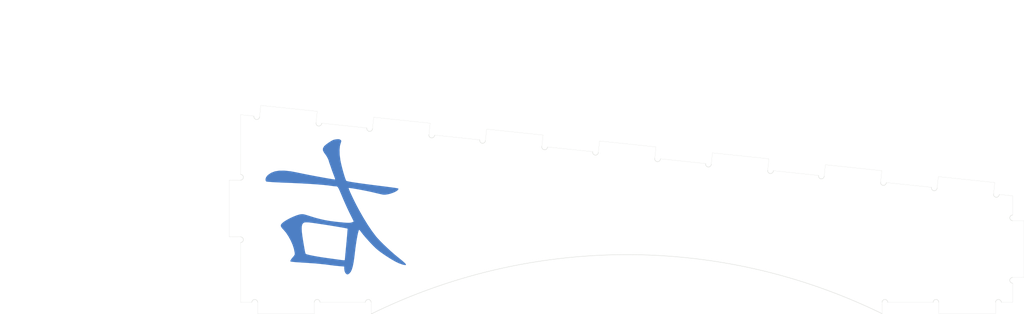
<source format=kicad_pcb>
(kicad_pcb (version 20171130) (host pcbnew 5.1.5+dfsg1-2build2)

  (general
    (thickness 1.6)
    (drawings 80)
    (tracks 0)
    (zones 0)
    (modules 1)
    (nets 1)
  )

  (page A4)
  (layers
    (0 F.Cu signal)
    (31 B.Cu signal)
    (32 B.Adhes user)
    (33 F.Adhes user)
    (34 B.Paste user)
    (35 F.Paste user)
    (36 B.SilkS user)
    (37 F.SilkS user)
    (38 B.Mask user)
    (39 F.Mask user)
    (40 Dwgs.User user)
    (41 Cmts.User user)
    (42 Eco1.User user)
    (43 Eco2.User user)
    (44 Edge.Cuts user)
    (45 Margin user)
    (46 B.CrtYd user)
    (47 F.CrtYd user)
    (48 B.Fab user)
    (49 F.Fab user)
  )

  (setup
    (last_trace_width 0.35)
    (trace_clearance 0.25)
    (zone_clearance 0.508)
    (zone_45_only no)
    (trace_min 0.3)
    (via_size 0.8)
    (via_drill 0.4)
    (via_min_size 0.5)
    (via_min_drill 0.4)
    (uvia_size 0.3)
    (uvia_drill 0.1)
    (uvias_allowed no)
    (uvia_min_size 0.2)
    (uvia_min_drill 0.1)
    (edge_width 0.05)
    (segment_width 0.2)
    (pcb_text_width 0.3)
    (pcb_text_size 1.5 1.5)
    (mod_edge_width 0.12)
    (mod_text_size 1 1)
    (mod_text_width 0.15)
    (pad_size 1.524 1.524)
    (pad_drill 0.762)
    (pad_to_mask_clearance 0.051)
    (solder_mask_min_width 0.25)
    (aux_axis_origin 0 0)
    (visible_elements FFFFFF7F)
    (pcbplotparams
      (layerselection 0x010fc_ffffffff)
      (usegerberextensions false)
      (usegerberattributes false)
      (usegerberadvancedattributes false)
      (creategerberjobfile false)
      (excludeedgelayer true)
      (linewidth 0.100000)
      (plotframeref false)
      (viasonmask false)
      (mode 1)
      (useauxorigin false)
      (hpglpennumber 1)
      (hpglpenspeed 20)
      (hpglpendiameter 15.000000)
      (psnegative false)
      (psa4output false)
      (plotreference true)
      (plotvalue true)
      (plotinvisibletext false)
      (padsonsilk false)
      (subtractmaskfromsilk false)
      (outputformat 1)
      (mirror false)
      (drillshape 1)
      (scaleselection 1)
      (outputdirectory ""))
  )

  (net 0 "")

  (net_class Default "This is the default net class."
    (clearance 0.25)
    (trace_width 0.35)
    (via_dia 0.8)
    (via_drill 0.4)
    (uvia_dia 0.3)
    (uvia_drill 0.1)
    (diff_pair_width 0.3)
    (diff_pair_gap 0.25)
  )

  (net_class Power ""
    (clearance 0.25)
    (trace_width 0.45)
    (via_dia 1)
    (via_drill 0.4)
    (uvia_dia 0.3)
    (uvia_drill 0.1)
    (diff_pair_width 0.3)
    (diff_pair_gap 0.25)
  )

  (module Digi:Right (layer B.Cu) (tedit 0) (tstamp 5F339342)
    (at 161.043 46.676 180)
    (fp_text reference "" (at 0 0) (layer B.SilkS)
      (effects (font (size 1.27 1.27) (thickness 0.15)) (justify mirror))
    )
    (fp_text value "" (at 0 0) (layer B.SilkS)
      (effects (font (size 1.27 1.27) (thickness 0.15)) (justify mirror))
    )
    (fp_poly (pts (xy -0.41256 9.423927) (xy -0.157025 9.376437) (xy 0.038821 9.298726) (xy 0.315616 9.143182)
      (xy 0.625447 8.941835) (xy 0.920405 8.726713) (xy 1.15258 8.529845) (xy 1.228591 8.450127)
      (xy 1.390353 8.165744) (xy 1.393361 7.873209) (xy 1.236126 7.555491) (xy 1.139383 7.430927)
      (xy 0.941191 7.157983) (xy 0.754356 6.839031) (xy 0.614466 6.539327) (xy 0.563251 6.374493)
      (xy 0.50907 6.178232) (xy 0.449424 6.011333) (xy 0.37551 5.811512) (xy 0.276941 5.527064)
      (xy 0.212636 5.334) (xy 0.093752 4.990402) (xy -0.052311 4.595011) (xy -0.152301 4.338177)
      (xy -0.254219 4.066645) (xy -0.317509 3.863211) (xy -0.328557 3.771673) (xy -0.328434 3.771545)
      (xy -0.236653 3.774809) (xy -0.001709 3.806924) (xy 0.353485 3.863685) (xy 0.806014 3.940887)
      (xy 1.332966 4.034328) (xy 1.911429 4.139802) (xy 2.518487 4.253106) (xy 3.13123 4.370034)
      (xy 3.726742 4.486385) (xy 4.282111 4.597952) (xy 4.774423 4.700532) (xy 4.995334 4.748361)
      (xy 5.973626 4.932193) (xy 6.821343 5.022027) (xy 7.549418 5.016864) (xy 8.168786 4.915702)
      (xy 8.69038 4.717543) (xy 9.125134 4.421388) (xy 9.187032 4.365158) (xy 9.388617 4.109562)
      (xy 9.484762 3.845135) (xy 9.466133 3.6147) (xy 9.376834 3.494201) (xy 9.269215 3.471338)
      (xy 9.013235 3.444913) (xy 8.629798 3.416237) (xy 8.139806 3.386624) (xy 7.564161 3.357386)
      (xy 6.923766 3.329835) (xy 6.519334 3.314739) (xy 5.533164 3.275905) (xy 4.559034 3.229798)
      (xy 3.620664 3.177997) (xy 2.741776 3.122079) (xy 1.946089 3.063622) (xy 1.257325 3.004203)
      (xy 0.699204 2.945401) (xy 0.425414 2.909393) (xy 0.051606 2.856859) (xy -0.222681 2.825314)
      (xy -0.464843 2.807226) (xy -0.510488 2.804805) (xy -0.591989 2.788797) (xy -0.668758 2.735489)
      (xy -0.752693 2.623657) (xy -0.855692 2.432077) (xy -0.989654 2.139528) (xy -1.166476 1.724787)
      (xy -1.3116 1.375833) (xy -1.549 0.817287) (xy -1.814318 0.217707) (xy -2.081845 -0.366305)
      (xy -2.325876 -0.878149) (xy -2.432459 -1.092097) (xy -2.623403 -1.471399) (xy -2.780829 -1.791543)
      (xy -2.891539 -2.025108) (xy -2.942339 -2.144673) (xy -2.943681 -2.154454) (xy -2.746224 -2.250044)
      (xy -2.543122 -2.308584) (xy -2.295759 -2.333362) (xy -1.965523 -2.327667) (xy -1.5138 -2.294789)
      (xy -1.406814 -2.28536) (xy -0.457453 -2.190161) (xy 0.367861 -2.082861) (xy 1.114385 -1.954662)
      (xy 1.827373 -1.796768) (xy 2.552081 -1.600385) (xy 3.279096 -1.374566) (xy 3.691013 -1.242834)
      (xy 3.98445 -1.159465) (xy 4.20125 -1.118325) (xy 4.383254 -1.113278) (xy 4.572308 -1.13819)
      (xy 4.707406 -1.165148) (xy 5.094935 -1.278678) (xy 5.564418 -1.464225) (xy 6.059892 -1.69556)
      (xy 6.525393 -1.946451) (xy 6.904959 -2.190668) (xy 6.921776 -2.203049) (xy 7.194239 -2.433886)
      (xy 7.323961 -2.636894) (xy 7.311192 -2.843779) (xy 7.156186 -3.086246) (xy 6.930706 -3.326388)
      (xy 6.59065 -3.726766) (xy 6.249416 -4.241541) (xy 5.934768 -4.818269) (xy 5.674474 -5.404508)
      (xy 5.496298 -5.947813) (xy 5.46177 -6.1009) (xy 5.408509 -6.373505) (xy 5.361713 -6.61245)
      (xy 5.374407 -6.823258) (xy 5.515525 -7.042168) (xy 5.548207 -7.078116) (xy 5.814119 -7.389112)
      (xy 5.958347 -7.620908) (xy 5.97486 -7.763211) (xy 5.960419 -7.781789) (xy 5.856746 -7.806258)
      (xy 5.609684 -7.836102) (xy 5.245009 -7.869082) (xy 4.788493 -7.90296) (xy 4.265911 -7.935497)
      (xy 4.062235 -7.946681) (xy 2.49043 -8.052545) (xy 1.016948 -8.200447) (xy -0.084666 -8.345846)
      (xy -0.270937 -8.368094) (xy -0.566063 -8.398211) (xy -0.910143 -8.430123) (xy -0.9525 -8.433839)
      (xy -1.608666 -8.491013) (xy -1.608666 -8.769661) (xy -1.657532 -9.151336) (xy -1.794258 -9.436754)
      (xy -1.94036 -9.563602) (xy -2.076272 -9.602709) (xy -2.2186 -9.545026) (xy -2.370826 -9.420583)
      (xy -2.536765 -9.20978) (xy -2.682708 -8.887884) (xy -2.811959 -8.442143) (xy -2.927823 -7.859809)
      (xy -3.033604 -7.128132) (xy -3.089895 -6.646334) (xy -3.168356 -5.983939) (xy -3.255115 -5.349705)
      (xy -3.346242 -4.764699) (xy -3.437808 -4.249985) (xy -3.525884 -3.826629) (xy -3.606539 -3.515698)
      (xy -3.675843 -3.338257) (xy -3.713287 -3.304494) (xy -3.786704 -3.369486) (xy -3.924802 -3.536691)
      (xy -4.082519 -3.748994) (xy -4.254052 -3.969821) (xy -4.512694 -4.277969) (xy -4.828287 -4.638601)
      (xy -5.170674 -5.016878) (xy -5.310185 -5.16726) (xy -5.701034 -5.575547) (xy -6.046036 -5.908584)
      (xy -6.388879 -6.202957) (xy -6.773251 -6.495249) (xy -7.242838 -6.822044) (xy -7.461242 -6.968568)
      (xy -8.191182 -7.435505) (xy -8.817645 -7.792704) (xy -9.35813 -8.048912) (xy -9.830136 -8.212876)
      (xy -10.05334 -8.264402) (xy -10.231331 -8.28329) (xy -10.308392 -8.249612) (xy -10.277891 -8.155184)
      (xy -10.133194 -7.991822) (xy -9.867667 -7.751343) (xy -9.474678 -7.425563) (xy -9.186333 -7.194782)
      (xy -8.695428 -6.789725) (xy -8.165173 -6.325587) (xy -7.626052 -5.831331) (xy -7.108549 -5.335919)
      (xy -6.643148 -4.868314) (xy -6.260333 -4.457481) (xy -6.068768 -4.232791) (xy -5.50799 -3.488785)
      (xy -5.279965 -3.150667) (xy -2.078222 -3.150667) (xy -2.07819 -3.239117) (xy -2.063377 -3.473394)
      (xy -2.035625 -3.830811) (xy -1.996777 -4.28868) (xy -1.948676 -4.824314) (xy -1.900725 -5.336016)
      (xy -1.844877 -5.923269) (xy -1.794725 -6.454625) (xy -1.752426 -6.906897) (xy -1.720139 -7.256897)
      (xy -1.700021 -7.481439) (xy -1.694098 -7.5565) (xy -1.678294 -7.595731) (xy -1.611131 -7.61229)
      (xy -1.461161 -7.605436) (xy -1.196937 -7.574429) (xy -0.931333 -7.538532) (xy -0.64775 -7.49944)
      (xy -0.243076 -7.443699) (xy 0.236025 -7.377737) (xy 0.742889 -7.307976) (xy 0.931334 -7.282047)
      (xy 1.545465 -7.192329) (xy 2.133551 -7.096735) (xy 2.671082 -7.000119) (xy 3.133546 -6.907338)
      (xy 3.496432 -6.823246) (xy 3.735229 -6.752697) (xy 3.819857 -6.709909) (xy 3.847957 -6.669975)
      (xy 3.876221 -6.597326) (xy 3.909069 -6.470191) (xy 3.950922 -6.266801) (xy 4.006199 -5.965385)
      (xy 4.07932 -5.544173) (xy 4.174705 -4.981395) (xy 4.193746 -4.868334) (xy 4.306452 -4.141213)
      (xy 4.37347 -3.561136) (xy 4.395124 -3.112181) (xy 4.371734 -2.778428) (xy 4.303623 -2.543958)
      (xy 4.24273 -2.445913) (xy 4.140303 -2.34174) (xy 4.014053 -2.284518) (xy 3.816341 -2.263012)
      (xy 3.499527 -2.265987) (xy 3.481984 -2.266508) (xy 3.292514 -2.282672) (xy 2.974689 -2.321531)
      (xy 2.552715 -2.379236) (xy 2.050797 -2.451937) (xy 1.493141 -2.535787) (xy 0.903953 -2.626935)
      (xy 0.307439 -2.721532) (xy -0.272195 -2.81573) (xy -0.810743 -2.905679) (xy -1.284 -2.98753)
      (xy -1.667759 -3.057435) (xy -1.937815 -3.111543) (xy -2.069961 -3.146006) (xy -2.078222 -3.150667)
      (xy -5.279965 -3.150667) (xy -4.914795 -2.609192) (xy -4.305828 -1.620496) (xy -3.697734 -0.549178)
      (xy -3.38187 0.042333) (xy -3.132058 0.529493) (xy -2.891538 1.015275) (xy -2.671365 1.475536)
      (xy -2.482593 1.886135) (xy -2.336275 2.222931) (xy -2.243465 2.46178) (xy -2.215217 2.578542)
      (xy -2.217791 2.58468) (xy -2.313792 2.586138) (xy -2.547064 2.558218) (xy -2.889099 2.506074)
      (xy -3.311395 2.43486) (xy -3.785444 2.349727) (xy -4.282741 2.255831) (xy -4.774783 2.158324)
      (xy -5.233062 2.06236) (xy -5.629074 1.973091) (xy -5.715 1.952427) (xy -6.140366 1.850128)
      (xy -6.53565 1.75801) (xy -6.855237 1.686524) (xy -7.046212 1.647416) (xy -7.336804 1.633371)
      (xy -7.680655 1.675042) (xy -8.048736 1.760827) (xy -8.41202 1.879124) (xy -8.741479 2.01833)
      (xy -9.008085 2.166843) (xy -9.182811 2.313062) (xy -9.236628 2.445383) (xy -9.202827 2.509395)
      (xy -9.10901 2.532568) (xy -8.871012 2.57231) (xy -8.512798 2.625171) (xy -8.058332 2.687702)
      (xy -7.53158 2.756451) (xy -7.181534 2.800397) (xy -5.944564 2.955472) (xy -4.874695 3.094035)
      (xy -3.970523 3.216292) (xy -3.230643 3.322453) (xy -2.653652 3.412725) (xy -2.238144 3.487317)
      (xy -1.982715 3.546437) (xy -1.889816 3.585251) (xy -1.822353 3.711272) (xy -1.726037 3.969954)
      (xy -1.610087 4.328955) (xy -1.483721 4.755939) (xy -1.356158 5.218567) (xy -1.236617 5.684499)
      (xy -1.134316 6.121398) (xy -1.058473 6.496924) (xy -1.056288 6.509257) (xy -0.95748 7.26996)
      (xy -0.939298 7.952748) (xy -1.001471 8.530327) (xy -1.0795 8.821495) (xy -1.162233 9.068503)
      (xy -1.184814 9.209057) (xy -1.145208 9.29575) (xy -1.058333 9.368474) (xy -0.913748 9.439067)
      (xy -0.71166 9.457435) (xy -0.41256 9.423927)) (layer B.Cu) (width 0.01))
  )

  (gr_text "Right Side\n" (at 209.856 27.807) (layer Cmts.User) (tstamp 5F33423B)
    (effects (font (size 5 5) (thickness 0.15)))
  )
  (gr_text "Right Keyboard" (at 142.556 20.797) (layer Cmts.User) (tstamp 5F33423B)
    (effects (font (size 5 5) (thickness 0.15)))
  )
  (gr_arc (start 222.717259 41.663665) (end 223.117259 41.663665) (angle 192) (layer Edge.Cuts) (width 0.05) (tstamp 5F333FAE))
  (gr_line (start 166.556441 61.797903) (end 166.434 61.8074) (layer Edge.Cuts) (width 0.05) (tstamp 5F333FA3))
  (gr_line (start 148.035 60.2075) (end 149.635 60.2075) (layer Edge.Cuts) (width 0.02) (tstamp 5F333F49))
  (gr_line (start 159.235 60.2075) (end 165.634 60.2075) (layer Edge.Cuts) (width 0.02) (tstamp 5F333F47))
  (gr_arc (start 159.067259 34.973265) (end 159.467259 34.973265) (angle 192) (layer Edge.Cuts) (width 0.05) (tstamp 5F333F29))
  (gr_arc (start 245.794 44.0884) (end 246.194 44.0884) (angle 192) (layer Edge.Cuts) (width 0.05) (tstamp 5F333F1B))
  (gr_arc (start 238.835 60.2075) (end 239.235 60.2075) (angle -180) (layer Edge.Cuts) (width 0.05) (tstamp 5F333F16))
  (gr_arc (start 229.882 42.4169) (end 230.282 42.4169) (angle 192) (layer Edge.Cuts) (width 0.05) (tstamp 5F333F14))
  (gr_line (start 158.435 61.8074) (end 158.435 60.2075) (layer Edge.Cuts) (width 0.02) (tstamp 5F333EEB))
  (gr_arc (start 202.486 135.357) (end 238.434999 61.807401) (angle -52.08105479) (layer Edge.Cuts) (width 0.05) (tstamp 5F333EDA))
  (gr_arc (start 150.035 60.2075) (end 150.435 60.2075) (angle -180) (layer Edge.Cuts) (width 0.05) (tstamp 5F333EC6))
  (gr_arc (start 246.035 60.2075) (end 246.435 60.2075) (angle -180) (layer Edge.Cuts) (width 0.05) (tstamp 5F333EC5))
  (gr_arc (start 206.803259 39.990765) (end 207.203259 39.990765) (angle 192) (layer Edge.Cuts) (width 0.05) (tstamp 5F333E92))
  (gr_arc (start 148.033942 51.389799) (end 148.033942 51.789799) (angle -179.8484242) (layer Edge.Cuts) (width 0.05) (tstamp 5F333E8B))
  (gr_line (start 149.928741 33.970435) (end 148.035 33.7725) (layer Edge.Cuts) (width 0.02) (tstamp 5F333E76))
  (gr_line (start 148.035 33.7725) (end 148.036058 42.190201) (layer Edge.Cuts) (width 0.02) (tstamp 5F333E75))
  (gr_line (start 148.035 42.9902) (end 146.435 42.9902) (layer Edge.Cuts) (width 0.02) (tstamp 5F333E74))
  (gr_arc (start 190.891259 38.319365) (end 191.291259 38.319365) (angle 192) (layer Edge.Cuts) (width 0.05) (tstamp 5F333E6E))
  (gr_line (start 146.435 42.9902) (end 146.435 50.9898) (layer Edge.Cuts) (width 0.02) (tstamp 5F333E6A))
  (gr_line (start 146.435 50.9898) (end 148.035 50.9898) (layer Edge.Cuts) (width 0.02) (tstamp 5F333E66))
  (gr_line (start 148.033942 51.789799) (end 148.035 60.2075) (layer Edge.Cuts) (width 0.02) (tstamp 5F333E65))
  (gr_line (start 148.035 60.2075) (end 148.035 60.2075) (layer Edge.Cuts) (width 0.02) (tstamp 5F333E62))
  (gr_line (start 150.887 32.4633) (end 150.72 34.0536) (layer Edge.Cuts) (width 0.02) (tstamp 5F333E61))
  (gr_line (start 181.753741 37.316535) (end 175.379259 36.646065) (layer Edge.Cuts) (width 0.02) (tstamp 5F333E5E))
  (gr_line (start 174.588 36.5629) (end 174.755 34.9716) (layer Edge.Cuts) (width 0.02) (tstamp 5F333E54))
  (gr_line (start 174.755 34.9716) (end 166.799 34.1351) (layer Edge.Cuts) (width 0.02) (tstamp 5F333E53))
  (gr_line (start 166.799 34.1351) (end 166.633 35.7265) (layer Edge.Cuts) (width 0.02) (tstamp 5F333E52))
  (gr_arc (start 254.542259 45.008365) (end 254.942259 45.008365) (angle 192) (layer Edge.Cuts) (width 0.05) (tstamp 5F333E4C))
  (gr_line (start 165.841741 35.643335) (end 159.467259 34.973265) (layer Edge.Cuts) (width 0.02) (tstamp 5F333E44))
  (gr_arc (start 150.32 34.0536) (end 150.72 34.0536) (angle 192) (layer Edge.Cuts) (width 0.05) (tstamp 5F333E3B))
  (gr_arc (start 254.834 60.2075) (end 255.234 60.2075) (angle -180) (layer Edge.Cuts) (width 0.05) (tstamp 5F333E35))
  (gr_arc (start 256.836058 48.307701) (end 256.836058 47.907701) (angle -179.8484242) (layer Edge.Cuts) (width 0.05) (tstamp 5F333E32))
  (gr_line (start 158.676 34.8901) (end 158.844 33.2997) (layer Edge.Cuts) (width 0.02) (tstamp 5F333E30))
  (gr_line (start 158.844 33.2997) (end 150.887 32.4633) (layer Edge.Cuts) (width 0.02) (tstamp 5F333E2C))
  (gr_line (start 182.712 35.808) (end 182.545 37.3997) (layer Edge.Cuts) (width 0.02) (tstamp 5F333E2B))
  (gr_line (start 213.577741 40.660935) (end 207.203259 39.990765) (layer Edge.Cuts) (width 0.02) (tstamp 5F333E2A))
  (gr_line (start 206.412 39.9076) (end 206.581 38.3159) (layer Edge.Cuts) (width 0.02) (tstamp 5F333E27))
  (gr_line (start 206.581 38.3159) (end 198.624 37.4809) (layer Edge.Cuts) (width 0.02) (tstamp 5F333E26))
  (gr_line (start 198.624 37.4809) (end 198.457 39.0712) (layer Edge.Cuts) (width 0.02) (tstamp 5F333E24))
  (gr_line (start 197.665741 38.988035) (end 191.291259 38.319365) (layer Edge.Cuts) (width 0.02) (tstamp 5F333E23))
  (gr_line (start 190.5 38.2362) (end 190.668 36.6444) (layer Edge.Cuts) (width 0.02) (tstamp 5F333E22))
  (gr_line (start 190.668 36.6444) (end 182.712 35.808) (layer Edge.Cuts) (width 0.02) (tstamp 5F333E1E))
  (gr_line (start 214.536 39.1523) (end 214.369 40.7441) (layer Edge.Cuts) (width 0.02) (tstamp 5F333E1D))
  (gr_arc (start 213.969 40.7441) (end 214.369 40.7441) (angle 192) (layer Edge.Cuts) (width 0.05) (tstamp 5F333E10))
  (gr_line (start 245.402741 44.005235) (end 239.029259 43.336565) (layer Edge.Cuts) (width 0.02) (tstamp 5F333E07))
  (gr_line (start 238.238 43.2534) (end 238.405 41.662) (layer Edge.Cuts) (width 0.02) (tstamp 5F333E06))
  (gr_line (start 238.405 41.662) (end 230.448 40.8252) (layer Edge.Cuts) (width 0.02) (tstamp 5F333E05))
  (gr_line (start 230.448 40.8252) (end 230.282 42.4169) (layer Edge.Cuts) (width 0.02) (tstamp 5F333E03))
  (gr_arc (start 166.233 35.7265) (end 166.633 35.7265) (angle 192) (layer Edge.Cuts) (width 0.05) (tstamp 5F333E02))
  (gr_line (start 229.490741 42.333735) (end 223.117259 41.663665) (layer Edge.Cuts) (width 0.02) (tstamp 5F333E01))
  (gr_line (start 222.326 41.5805) (end 222.493 39.9888) (layer Edge.Cuts) (width 0.02) (tstamp 5F333DF2))
  (gr_line (start 222.493 39.9888) (end 214.536 39.1523) (layer Edge.Cuts) (width 0.02) (tstamp 5F333DF0))
  (gr_line (start 246.362 42.4984) (end 246.194 44.0884) (layer Edge.Cuts) (width 0.02) (tstamp 5F333DEE))
  (gr_line (start 150.435 60.2075) (end 150.435 61.8074) (layer Edge.Cuts) (width 0.02) (tstamp 5F333DED))
  (gr_line (start 256.835 56.7073) (end 258.435 56.7073) (layer Edge.Cuts) (width 0.02) (tstamp 5F333DEC))
  (gr_line (start 166.434 60.2075) (end 166.434 61.8074) (layer Edge.Cuts) (width 0.02) (tstamp 5F333DEB))
  (gr_line (start 258.435 56.7073) (end 258.435 48.7077) (layer Edge.Cuts) (width 0.02) (tstamp 5F333DE7))
  (gr_line (start 258.435 48.7077) (end 256.835 48.7077) (layer Edge.Cuts) (width 0.02) (tstamp 5F333DE2))
  (gr_line (start 256.836058 47.907701) (end 256.835 45.2074) (layer Edge.Cuts) (width 0.02) (tstamp 5F333DDA))
  (gr_line (start 256.835 45.2074) (end 254.942259 45.008365) (layer Edge.Cuts) (width 0.02) (tstamp 5F333DD9))
  (gr_line (start 254.151 44.9252) (end 254.317 43.3349) (layer Edge.Cuts) (width 0.02) (tstamp 5F333DD8))
  (gr_arc (start 166.034 60.2075) (end 166.434 60.2075) (angle -180) (layer Edge.Cuts) (width 0.05) (tstamp 5F333DD0))
  (gr_arc (start 148.035 42.5902) (end 148.035 42.9902) (angle -179.8484242) (layer Edge.Cuts) (width 0.05) (tstamp 5F333DCC))
  (gr_line (start 254.317 43.3349) (end 246.362 42.4984) (layer Edge.Cuts) (width 0.02) (tstamp 5F333DC6))
  (gr_line (start 256.835 60.2075) (end 256.833942 57.507299) (layer Edge.Cuts) (width 0.02) (tstamp 5F333DBC))
  (gr_line (start 238.435 61.8074) (end 238.435 60.2075) (layer Edge.Cuts) (width 0.02) (tstamp 5F333DA8))
  (gr_line (start 239.235 60.2075) (end 245.635 60.2075) (layer Edge.Cuts) (width 0.02) (tstamp 5F333DA2))
  (gr_line (start 246.435 60.2075) (end 246.435 61.8074) (layer Edge.Cuts) (width 0.02) (tstamp 5F333DA1))
  (gr_line (start 246.435 61.8074) (end 254.434 61.8074) (layer Edge.Cuts) (width 0.02) (tstamp 5F333DA0))
  (gr_line (start 254.434 61.8074) (end 254.434 60.2075) (layer Edge.Cuts) (width 0.02) (tstamp 5F333D9E))
  (gr_arc (start 174.979259 36.646065) (end 175.379259 36.646065) (angle 192) (layer Edge.Cuts) (width 0.05) (tstamp 5F333D90))
  (gr_line (start 255.234 60.2075) (end 256.835 60.2075) (layer Edge.Cuts) (width 0.02) (tstamp 5F333D83))
  (gr_arc (start 198.057 39.0712) (end 198.457 39.0712) (angle 192) (layer Edge.Cuts) (width 0.05) (tstamp 5F333D7F))
  (gr_arc (start 158.835 60.2075) (end 159.235 60.2075) (angle -180) (layer Edge.Cuts) (width 0.05) (tstamp 5F333D7D))
  (gr_arc (start 182.145 37.3997) (end 182.545 37.3997) (angle 192) (layer Edge.Cuts) (width 0.05) (tstamp 5F333D78))
  (gr_line (start 150.435 61.8074) (end 158.435 61.8074) (layer Edge.Cuts) (width 0.02) (tstamp 5F333D75))
  (gr_arc (start 256.835 57.1073) (end 256.835 56.7073) (angle -179.8484242) (layer Edge.Cuts) (width 0.05) (tstamp 5F333D5B))
  (gr_arc (start 238.629259 43.336565) (end 239.029259 43.336565) (angle 192) (layer Edge.Cuts) (width 0.05) (tstamp 5F333D59))

)

</source>
